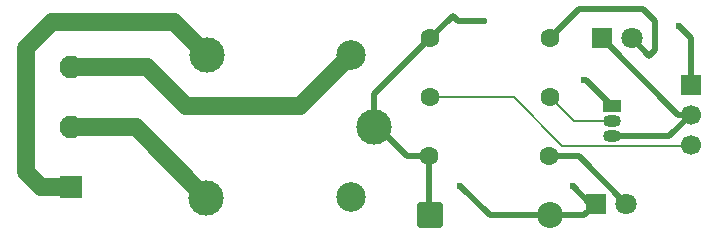
<source format=gbr>
%TF.GenerationSoftware,KiCad,Pcbnew,9.0.4*%
%TF.CreationDate,2025-10-31T12:34:43+05:30*%
%TF.ProjectId,5V_relay_module,35565f72-656c-4617-995f-6d6f64756c65,rev?*%
%TF.SameCoordinates,Original*%
%TF.FileFunction,Copper,L1,Top*%
%TF.FilePolarity,Positive*%
%FSLAX46Y46*%
G04 Gerber Fmt 4.6, Leading zero omitted, Abs format (unit mm)*
G04 Created by KiCad (PCBNEW 9.0.4) date 2025-10-31 12:34:43*
%MOMM*%
%LPD*%
G01*
G04 APERTURE LIST*
G04 Aperture macros list*
%AMRoundRect*
0 Rectangle with rounded corners*
0 $1 Rounding radius*
0 $2 $3 $4 $5 $6 $7 $8 $9 X,Y pos of 4 corners*
0 Add a 4 corners polygon primitive as box body*
4,1,4,$2,$3,$4,$5,$6,$7,$8,$9,$2,$3,0*
0 Add four circle primitives for the rounded corners*
1,1,$1+$1,$2,$3*
1,1,$1+$1,$4,$5*
1,1,$1+$1,$6,$7*
1,1,$1+$1,$8,$9*
0 Add four rect primitives between the rounded corners*
20,1,$1+$1,$2,$3,$4,$5,0*
20,1,$1+$1,$4,$5,$6,$7,0*
20,1,$1+$1,$6,$7,$8,$9,0*
20,1,$1+$1,$8,$9,$2,$3,0*%
G04 Aperture macros list end*
%TA.AperFunction,ComponentPad*%
%ADD10C,1.600000*%
%TD*%
%TA.AperFunction,ComponentPad*%
%ADD11R,1.500000X1.050000*%
%TD*%
%TA.AperFunction,ComponentPad*%
%ADD12O,1.500000X1.050000*%
%TD*%
%TA.AperFunction,ComponentPad*%
%ADD13C,3.000000*%
%TD*%
%TA.AperFunction,ComponentPad*%
%ADD14C,2.500000*%
%TD*%
%TA.AperFunction,ComponentPad*%
%ADD15R,1.950000X1.950000*%
%TD*%
%TA.AperFunction,ComponentPad*%
%ADD16C,1.950000*%
%TD*%
%TA.AperFunction,ComponentPad*%
%ADD17R,1.700000X1.700000*%
%TD*%
%TA.AperFunction,ComponentPad*%
%ADD18C,1.700000*%
%TD*%
%TA.AperFunction,ComponentPad*%
%ADD19RoundRect,0.249999X-0.850001X-0.850001X0.850001X-0.850001X0.850001X0.850001X-0.850001X0.850001X0*%
%TD*%
%TA.AperFunction,ComponentPad*%
%ADD20C,2.200000*%
%TD*%
%TA.AperFunction,ComponentPad*%
%ADD21R,1.800000X1.800000*%
%TD*%
%TA.AperFunction,ComponentPad*%
%ADD22C,1.800000*%
%TD*%
%TA.AperFunction,ViaPad*%
%ADD23C,0.600000*%
%TD*%
%TA.AperFunction,Conductor*%
%ADD24C,0.508000*%
%TD*%
%TA.AperFunction,Conductor*%
%ADD25C,0.203200*%
%TD*%
%TA.AperFunction,Conductor*%
%ADD26C,1.524000*%
%TD*%
G04 APERTURE END LIST*
D10*
%TO.P,R3,1*%
%TO.N,/VCC*%
X152340000Y-125500000D03*
%TO.P,R3,2*%
%TO.N,Net-(D2-A)*%
X162500000Y-125500000D03*
%TD*%
%TO.P,R2,1*%
%TO.N,/IN*%
X152420000Y-120500000D03*
%TO.P,R2,2*%
%TO.N,Net-(Q1-B)*%
X162580000Y-120500000D03*
%TD*%
%TO.P,R1,1*%
%TO.N,/VCC*%
X152420000Y-115500000D03*
%TO.P,R1,2*%
%TO.N,Net-(D1-A)*%
X162580000Y-115500000D03*
%TD*%
D11*
%TO.P,Q1,1,C*%
%TO.N,Net-(D2-K)*%
X167870000Y-121230000D03*
D12*
%TO.P,Q1,2,B*%
%TO.N,Net-(Q1-B)*%
X167870000Y-122500000D03*
%TO.P,Q1,3,E*%
%TO.N,/GND*%
X167870000Y-123770000D03*
%TD*%
D13*
%TO.P,K1,1*%
%TO.N,/VCC*%
X147700000Y-123000000D03*
D14*
%TO.P,K1,2*%
%TO.N,NC*%
X145750000Y-116950000D03*
D13*
%TO.P,K1,3*%
%TO.N,NO*%
X133550000Y-116950000D03*
%TO.P,K1,4*%
%TO.N,C*%
X133500000Y-129000000D03*
D14*
%TO.P,K1,5*%
%TO.N,Net-(D2-K)*%
X145750000Y-128950000D03*
%TD*%
D15*
%TO.P,J2,1,Pin_1*%
%TO.N,NO*%
X122000000Y-128080000D03*
D16*
%TO.P,J2,2,Pin_2*%
%TO.N,C*%
X122000000Y-123000000D03*
%TO.P,J2,3,Pin_3*%
%TO.N,NC*%
X122000000Y-117920000D03*
%TD*%
D17*
%TO.P,J1,1,Pin_1*%
%TO.N,/VCC*%
X174500000Y-119420000D03*
D18*
%TO.P,J1,2,Pin_2*%
%TO.N,/GND*%
X174500000Y-121960000D03*
%TO.P,J1,3,Pin_3*%
%TO.N,/IN*%
X174500000Y-124500000D03*
%TD*%
D19*
%TO.P,D3,1,K*%
%TO.N,/VCC*%
X152420000Y-130500000D03*
D20*
%TO.P,D3,2,A*%
%TO.N,Net-(D2-K)*%
X162580000Y-130500000D03*
%TD*%
D21*
%TO.P,RED,1,K*%
%TO.N,Net-(D2-K)*%
X166460000Y-129500000D03*
D22*
%TO.P,RED,2,A*%
%TO.N,Net-(D2-A)*%
X169000000Y-129500000D03*
%TD*%
D21*
%TO.P,GREEN,1,K*%
%TO.N,/GND*%
X166960000Y-115500000D03*
D22*
%TO.P,GREEN,2,A*%
%TO.N,Net-(D1-A)*%
X169500000Y-115500000D03*
%TD*%
D23*
%TO.N,/VCC*%
X157000000Y-114000000D03*
X173500000Y-114500000D03*
%TO.N,Net-(D2-K)*%
X165500000Y-119000000D03*
X164500000Y-128000000D03*
X155000000Y-128000000D03*
%TD*%
D24*
%TO.N,Net-(D1-A)*%
X165080000Y-113000000D02*
X162580000Y-115500000D01*
X171000000Y-117000000D02*
X169500000Y-115500000D01*
X171500000Y-114000000D02*
X171500000Y-116500000D01*
X170500000Y-113000000D02*
X171500000Y-114000000D01*
X165080000Y-113000000D02*
X170500000Y-113000000D01*
X171500000Y-116500000D02*
X171000000Y-117000000D01*
%TO.N,/VCC*%
X154756000Y-114000000D02*
X154338000Y-113582000D01*
X157000000Y-114000000D02*
X154756000Y-114000000D01*
X174500000Y-115500000D02*
X173500000Y-114500000D01*
X174500000Y-118000000D02*
X174500000Y-115500000D01*
X154338000Y-113582000D02*
X152420000Y-115500000D01*
X174500000Y-119420000D02*
X174500000Y-118000000D01*
D25*
%TO.N,Net-(D2-K)*%
X165500000Y-119000000D02*
X165640000Y-119000000D01*
D24*
X165640000Y-119000000D02*
X167870000Y-121230000D01*
X166000000Y-129500000D02*
X164500000Y-128000000D01*
D25*
X166460000Y-129500000D02*
X166000000Y-129500000D01*
%TO.N,/IN*%
X163600800Y-124600800D02*
X159500000Y-120500000D01*
X159500000Y-120500000D02*
X152420000Y-120500000D01*
X174399200Y-124600800D02*
X163600800Y-124600800D01*
X174500000Y-124500000D02*
X174399200Y-124600800D01*
D24*
%TO.N,Net-(D2-K)*%
X157500000Y-130500000D02*
X155000000Y-128000000D01*
X162580000Y-130500000D02*
X157500000Y-130500000D01*
X162580000Y-130500000D02*
X165460000Y-130500000D01*
X165460000Y-130500000D02*
X166460000Y-129500000D01*
%TO.N,Net-(D2-A)*%
X165000000Y-125500000D02*
X169000000Y-129500000D01*
X162500000Y-125500000D02*
X165000000Y-125500000D01*
D25*
%TO.N,Net-(Q1-B)*%
X164580000Y-122500000D02*
X167870000Y-122500000D01*
X162580000Y-120500000D02*
X164580000Y-122500000D01*
D24*
%TO.N,/GND*%
X172690000Y-123770000D02*
X167870000Y-123770000D01*
X174500000Y-121960000D02*
X172690000Y-123770000D01*
X173420000Y-121960000D02*
X174500000Y-121960000D01*
X166960000Y-115500000D02*
X173420000Y-121960000D01*
D25*
%TO.N,/VCC*%
X152340000Y-130420000D02*
X152420000Y-130500000D01*
D24*
X152340000Y-125500000D02*
X152340000Y-130420000D01*
X150500000Y-125500000D02*
X152340000Y-125500000D01*
X148000000Y-123000000D02*
X150500000Y-125500000D01*
D25*
X147700000Y-123000000D02*
X148000000Y-123000000D01*
D24*
X147700000Y-120220000D02*
X152420000Y-115500000D01*
X147700000Y-123000000D02*
X147700000Y-120220000D01*
D26*
%TO.N,NC*%
X141455000Y-121245000D02*
X145750000Y-116950000D01*
X128445952Y-117920000D02*
X131770952Y-121245000D01*
X131770952Y-121245000D02*
X141455000Y-121245000D01*
X122000000Y-117920000D02*
X128445952Y-117920000D01*
%TO.N,NO*%
X120438414Y-114150000D02*
X130750000Y-114150000D01*
X118230000Y-116358414D02*
X120438414Y-114150000D01*
X130750000Y-114150000D02*
X133550000Y-116950000D01*
X119501000Y-128080000D02*
X118230000Y-126809000D01*
X122000000Y-128080000D02*
X119501000Y-128080000D01*
X118230000Y-126809000D02*
X118230000Y-116358414D01*
%TO.N,C*%
X127500000Y-123000000D02*
X133500000Y-129000000D01*
X122000000Y-123000000D02*
X127500000Y-123000000D01*
%TD*%
M02*

</source>
